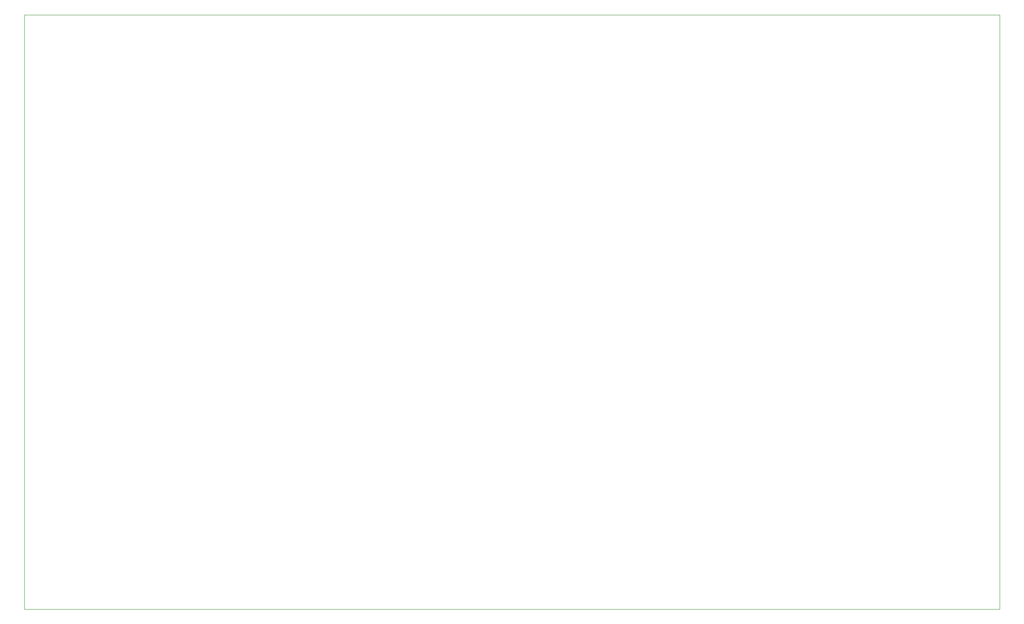
<source format=gko>
G04*
G04 #@! TF.GenerationSoftware,Altium Limited,Altium Designer,21.3.2 (30)*
G04*
G04 Layer_Color=16711935*
%FSTAX24Y24*%
%MOIN*%
G70*
G04*
G04 #@! TF.SameCoordinates,1CD0A03D-4A64-46C4-810B-20C9608AE917*
G04*
G04*
G04 #@! TF.FilePolarity,Positive*
G04*
G01*
G75*
%ADD79C,0.0010*%
D79*
Y048032D02*
X07874D01*
X078748Y0D02*
Y048032D01*
X0Y0D02*
Y048032D01*
Y0D02*
X07874D01*
M02*

</source>
